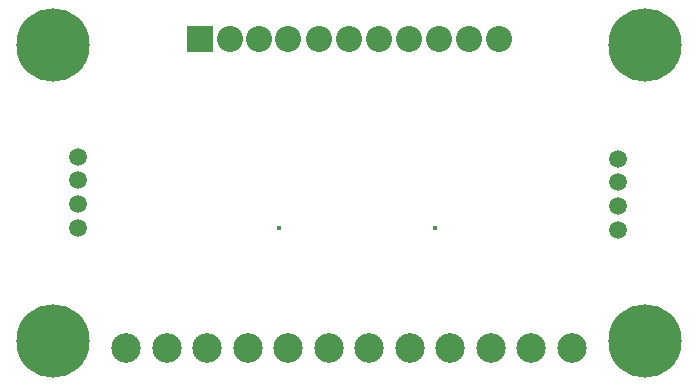
<source format=gbs>
G04 Layer_Color=16711935*
%FSLAX25Y25*%
%MOIN*%
G70*
G01*
G75*
%ADD26C,0.03162*%
%ADD27C,0.09855*%
%ADD28C,0.24422*%
%ADD29C,0.08674*%
%ADD30R,0.08674X0.08674*%
%ADD31C,0.05918*%
%ADD32C,0.01575*%
D26*
X216803Y10551D02*
D03*
X223242Y13283D02*
D03*
X225954Y19651D02*
D03*
X223242Y26294D02*
D03*
X216800Y28830D02*
D03*
X210257Y26141D02*
D03*
X207620Y19750D02*
D03*
X210105Y13232D02*
D03*
X19673Y10551D02*
D03*
X26112Y13283D02*
D03*
X28824Y19651D02*
D03*
X26112Y26294D02*
D03*
X19671Y28830D02*
D03*
X13127Y26141D02*
D03*
X10490Y19750D02*
D03*
X12975Y13232D02*
D03*
Y111862D02*
D03*
X10490Y118380D02*
D03*
X13127Y124771D02*
D03*
X19671Y127460D02*
D03*
X26112Y124923D02*
D03*
X28824Y118281D02*
D03*
X26112Y111913D02*
D03*
X19673Y109180D02*
D03*
X216803D02*
D03*
X223242Y111913D02*
D03*
X225954Y118281D02*
D03*
X223242Y124923D02*
D03*
X216800Y127460D02*
D03*
X210257Y124771D02*
D03*
X207620Y118380D02*
D03*
X210105Y111862D02*
D03*
D27*
X192500Y17500D02*
D03*
X179000D02*
D03*
X165500D02*
D03*
X152000D02*
D03*
X138500D02*
D03*
X125000D02*
D03*
X111500D02*
D03*
X98000D02*
D03*
X84500D02*
D03*
X71000D02*
D03*
X57500D02*
D03*
X44000D02*
D03*
D28*
X216815Y19685D02*
D03*
X19685D02*
D03*
Y118315D02*
D03*
X216815D02*
D03*
D29*
X168205Y120472D02*
D03*
X118205D02*
D03*
X108205D02*
D03*
X98048D02*
D03*
X88205D02*
D03*
X78520D02*
D03*
X128205D02*
D03*
X138205D02*
D03*
X148205D02*
D03*
X158205D02*
D03*
D30*
X68520D02*
D03*
D31*
X207991Y72635D02*
D03*
Y80509D02*
D03*
Y64761D02*
D03*
Y56887D02*
D03*
X28009Y65365D02*
D03*
Y57491D02*
D03*
Y73239D02*
D03*
Y81113D02*
D03*
D32*
X95000Y57500D02*
D03*
X147000D02*
D03*
M02*

</source>
